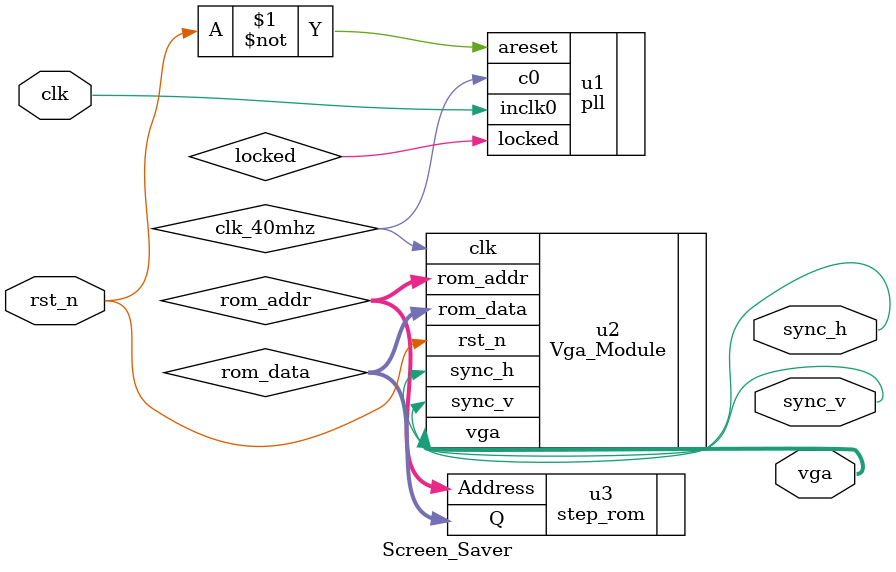
<source format=v>
`include	"Param_define.v"
`define		VGA_800X600_60Hz

module Screen_Saver
(
input 				clk,		// system clock
input 				rst_n,		// system reset, active low
output 				sync_v,		// sync_v
output 				sync_h,		// sync_h
output  	[2:0]	vga			// vga,MSB~LSB = {R,G,B}
);

wire				locked,clk_40mhz;

pll u1
(
.areset				(~rst_n		),
.inclk0				(clk		),
.c0					(clk_40mhz	),
.locked				(locked		)
);

wire [6:0] rom_addr;
wire [127:0] rom_data;

Vga_Module u2
(
.clk				(clk_40mhz	),	// system clock
.rst_n				(rst_n		),	// system reset, active low

.rom_addr			(rom_addr	),	// sync_v
.rom_data			(rom_data	),	// sync_v

.sync_v				(sync_v		),	// sync_v
.sync_h				(sync_h		),	// sync_h
.vga				(vga		)	// vga,MSB~LSB = {R,G,B}
);

// rom module
step_rom u3
( 
.Address			(rom_addr	), 
.Q					(rom_data	)
);

endmodule

</source>
